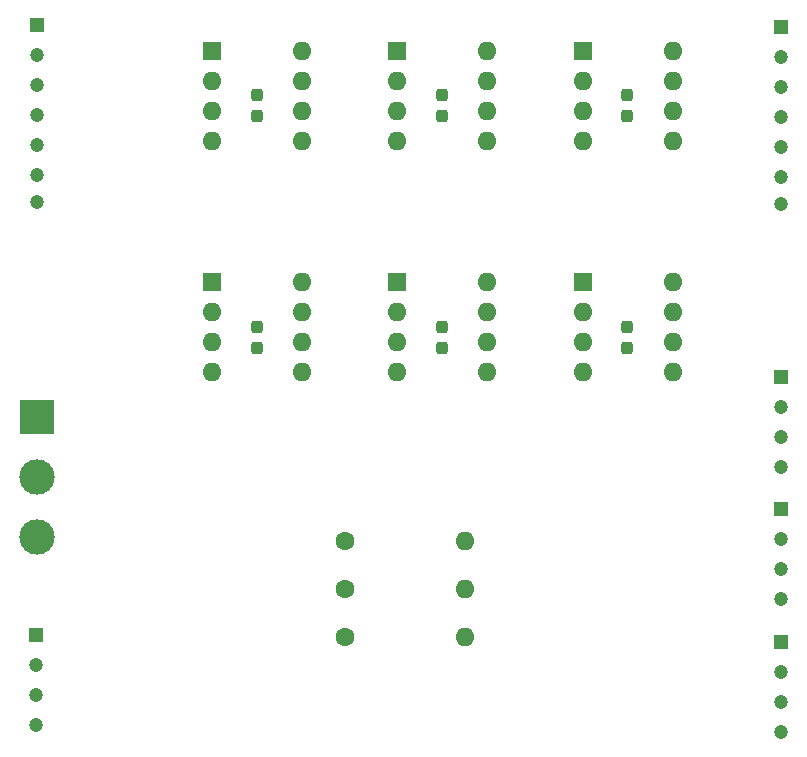
<source format=gbr>
%TF.GenerationSoftware,KiCad,Pcbnew,8.0.6*%
%TF.CreationDate,2025-05-23T10:29:42+02:00*%
%TF.ProjectId,AmplifOptoacopladorEnclosure,416d706c-6966-44f7-9074-6f61636f706c,rev?*%
%TF.SameCoordinates,Original*%
%TF.FileFunction,Soldermask,Bot*%
%TF.FilePolarity,Negative*%
%FSLAX46Y46*%
G04 Gerber Fmt 4.6, Leading zero omitted, Abs format (unit mm)*
G04 Created by KiCad (PCBNEW 8.0.6) date 2025-05-23 10:29:42*
%MOMM*%
%LPD*%
G01*
G04 APERTURE LIST*
G04 Aperture macros list*
%AMRoundRect*
0 Rectangle with rounded corners*
0 $1 Rounding radius*
0 $2 $3 $4 $5 $6 $7 $8 $9 X,Y pos of 4 corners*
0 Add a 4 corners polygon primitive as box body*
4,1,4,$2,$3,$4,$5,$6,$7,$8,$9,$2,$3,0*
0 Add four circle primitives for the rounded corners*
1,1,$1+$1,$2,$3*
1,1,$1+$1,$4,$5*
1,1,$1+$1,$6,$7*
1,1,$1+$1,$8,$9*
0 Add four rect primitives between the rounded corners*
20,1,$1+$1,$2,$3,$4,$5,0*
20,1,$1+$1,$4,$5,$6,$7,0*
20,1,$1+$1,$6,$7,$8,$9,0*
20,1,$1+$1,$8,$9,$2,$3,0*%
G04 Aperture macros list end*
%ADD10O,1.600000X1.600000*%
%ADD11R,1.600000X1.600000*%
%ADD12R,1.200000X1.200000*%
%ADD13C,1.200000*%
%ADD14C,1.600000*%
%ADD15R,3.000000X3.000000*%
%ADD16C,3.000000*%
%ADD17RoundRect,0.237500X-0.237500X0.287500X-0.237500X-0.287500X0.237500X-0.287500X0.237500X0.287500X0*%
G04 APERTURE END LIST*
D10*
%TO.C,U6*%
X215285000Y-65915000D03*
X215285000Y-68455000D03*
X215285000Y-70995000D03*
X215285000Y-73535000D03*
X207665000Y-73535000D03*
X207665000Y-70995000D03*
X207665000Y-68455000D03*
D11*
X207665000Y-65915000D03*
%TD*%
D12*
%TO.C,J3*%
X224500000Y-44340000D03*
D13*
X224500000Y-46880000D03*
X224500000Y-49420000D03*
X224500000Y-51960000D03*
X224500000Y-54500000D03*
X224500000Y-57040000D03*
X224500000Y-59340000D03*
%TD*%
D14*
%TO.C,R1*%
X187520000Y-87850000D03*
D10*
X197680000Y-87850000D03*
%TD*%
D11*
%TO.C,U2*%
X176285000Y-65915000D03*
D10*
X176285000Y-68455000D03*
X176285000Y-70995000D03*
X176285000Y-73535000D03*
X183905000Y-73535000D03*
X183905000Y-70995000D03*
X183905000Y-68455000D03*
X183905000Y-65915000D03*
%TD*%
D12*
%TO.C,J2*%
X161485000Y-44176750D03*
D13*
X161485000Y-46716750D03*
X161485000Y-49256750D03*
X161485000Y-51796750D03*
X161485000Y-54336750D03*
X161485000Y-56876750D03*
X161485000Y-59176750D03*
%TD*%
D12*
%TO.C,J7*%
X224485000Y-96380000D03*
D13*
X224485000Y-98920000D03*
X224485000Y-101460000D03*
X224485000Y-104000000D03*
%TD*%
D11*
%TO.C,U4*%
X191965000Y-65915000D03*
D10*
X191965000Y-68455000D03*
X191965000Y-70995000D03*
X191965000Y-73535000D03*
X199585000Y-73535000D03*
X199585000Y-70995000D03*
X199585000Y-68455000D03*
X199585000Y-65915000D03*
%TD*%
D11*
%TO.C,U3*%
X191965000Y-46310000D03*
D10*
X191965000Y-48850000D03*
X191965000Y-51390000D03*
X191965000Y-53930000D03*
X199585000Y-53930000D03*
X199585000Y-51390000D03*
X199585000Y-48850000D03*
X199585000Y-46310000D03*
%TD*%
D12*
%TO.C,J6*%
X224485000Y-85100000D03*
D13*
X224485000Y-87640000D03*
X224485000Y-90180000D03*
X224485000Y-92720000D03*
%TD*%
D14*
%TO.C,R2*%
X187520000Y-91900000D03*
D10*
X197680000Y-91900000D03*
%TD*%
D15*
%TO.C,J4*%
X161475000Y-77320000D03*
D16*
X161475000Y-82400000D03*
X161475000Y-87480000D03*
%TD*%
D12*
%TO.C,J5*%
X224485000Y-73960000D03*
D13*
X224485000Y-76500000D03*
X224485000Y-79040000D03*
X224485000Y-81580000D03*
%TD*%
D11*
%TO.C,U1*%
X176285000Y-46310000D03*
D10*
X176285000Y-48850000D03*
X176285000Y-51390000D03*
X176285000Y-53930000D03*
X183905000Y-53930000D03*
X183905000Y-51390000D03*
X183905000Y-48850000D03*
X183905000Y-46310000D03*
%TD*%
D14*
%TO.C,R3*%
X187520000Y-95950000D03*
D10*
X197680000Y-95950000D03*
%TD*%
D11*
%TO.C,U5*%
X207665000Y-46310000D03*
D10*
X207665000Y-48850000D03*
X207665000Y-51390000D03*
X207665000Y-53930000D03*
X215285000Y-53930000D03*
X215285000Y-51390000D03*
X215285000Y-48850000D03*
X215285000Y-46310000D03*
%TD*%
D12*
%TO.C,J1*%
X161400000Y-95780000D03*
D13*
X161400000Y-98320000D03*
X161400000Y-100860000D03*
X161400000Y-103400000D03*
%TD*%
D17*
%TO.C,C4*%
X195765000Y-69715000D03*
X195765000Y-71465000D03*
%TD*%
%TO.C,C1*%
X180085000Y-50110000D03*
X180085000Y-51860000D03*
%TD*%
%TO.C,C5*%
X211465000Y-50110000D03*
X211465000Y-51860000D03*
%TD*%
%TO.C,C3*%
X195765000Y-50110000D03*
X195765000Y-51860000D03*
%TD*%
%TO.C,C6*%
X211465000Y-69715000D03*
X211465000Y-71465000D03*
%TD*%
%TO.C,C2*%
X180085000Y-69715000D03*
X180085000Y-71465000D03*
%TD*%
M02*

</source>
